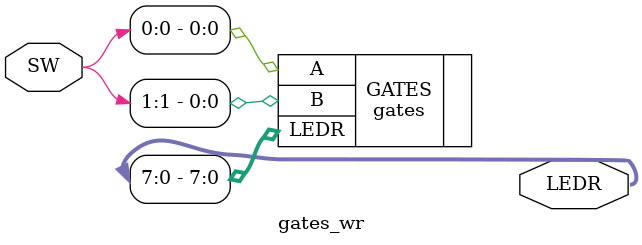
<source format=v>

module gates_wr (
    input [1:0] SW,
    output [9:0] LEDR
);

    gates GATES (
        .A(SW[0]),
        .B(SW[1]),
        .LEDR(LEDR[7:0])
    );

endmodule

</source>
